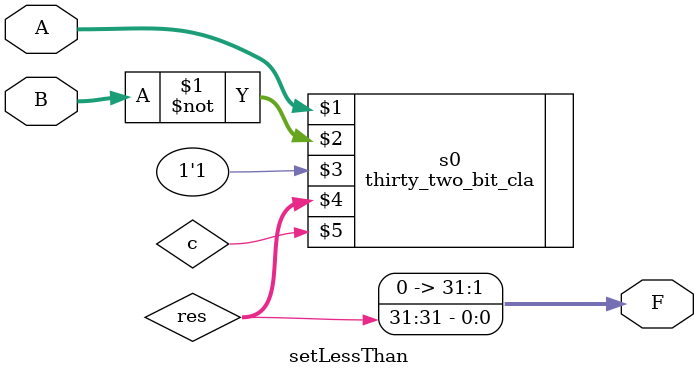
<source format=v>
module setLessThan (
output [31:0]F,
input	[31:0]A,
input	[31:0]B);


	wire [31:0]res;
	wire c;

	thirty_two_bit_cla s0(A,~B, 1'b1, res, c);

	buf s1(F[0],res[31]);
	buf s2(F[1],0);
	buf s3(F[2],0);
	buf s4(F[3],0);
	buf s5(F[4],0);
	buf s6(F[5],0);
	buf s7(F[6],0);
	buf s8(F[7],0);
	buf s9(F[8],0);
	buf s10(F[9],0);
	buf s11(F[10],0);
	buf s12(F[11],0);
	buf s13(F[12],0);
	buf s14(F[13],0);
	buf s15(F[14],0);
	buf s16(F[15],0);
	buf s17(F[16],0);
	buf s18(F[17],0);
	buf s19(F[18],0);
	buf s20(F[19],0);
	buf s21(F[20],0);
	buf s22(F[21],0);
	buf s23(F[22],0);
	buf s24(F[23],0);
	buf s25(F[24],0);
	buf s26(F[25],0);
	buf s27(F[26],0);
	buf s28(F[27],0);
	buf s29(F[28],0);
	buf s30(F[29],0);
	buf s31(F[30],0);
	buf s32(F[31],0);

endmodule
</source>
